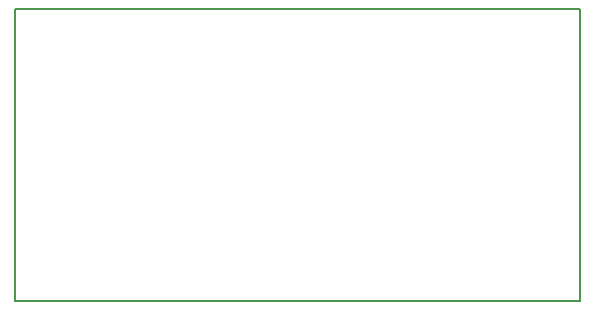
<source format=gm1>
G04 MADE WITH FRITZING*
G04 WWW.FRITZING.ORG*
G04 DOUBLE SIDED*
G04 HOLES PLATED*
G04 CONTOUR ON CENTER OF CONTOUR VECTOR*
%ASAXBY*%
%FSLAX23Y23*%
%MOIN*%
%OFA0B0*%
%SFA1.0B1.0*%
%ADD10R,1.889760X0.984252*%
%ADD11C,0.008000*%
%ADD10C,0.008*%
%LNCONTOUR*%
G90*
G70*
G54D10*
G54D11*
X4Y980D02*
X1886Y980D01*
X1886Y4D01*
X4Y4D01*
X4Y980D01*
D02*
G04 End of contour*
M02*
</source>
